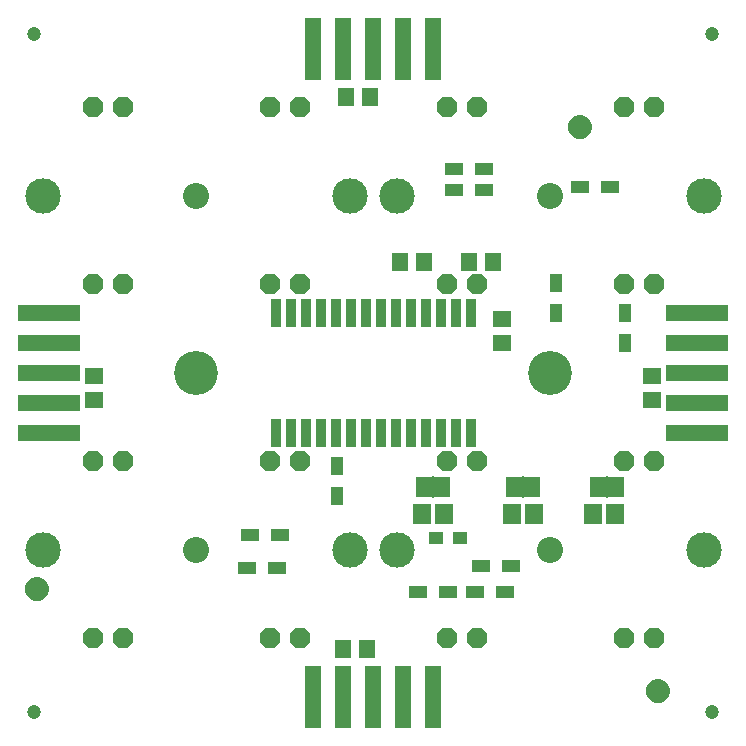
<source format=gbr>
G04 EAGLE Gerber RS-274X export*
G75*
%MOMM*%
%FSLAX34Y34*%
%LPD*%
%INSoldermask Bottom*%
%IPPOS*%
%AMOC8*
5,1,8,0,0,1.08239X$1,22.5*%
G01*
%ADD10C,3.003200*%
%ADD11C,1.203200*%
%ADD12C,2.203200*%
%ADD13P,1.869504X8X22.500000*%
%ADD14R,0.838200X2.489200*%
%ADD15R,1.553200X1.003200*%
%ADD16R,1.003200X1.553200*%
%ADD17C,3.719200*%
%ADD18R,5.283200X1.473200*%
%ADD19R,1.473200X5.283200*%
%ADD20R,1.403200X1.503200*%
%ADD21R,1.371600X1.803400*%
%ADD22R,0.152400X1.828800*%
%ADD23R,1.503200X1.703200*%
%ADD24R,1.203200X1.003200*%
%ADD25R,1.503200X1.403200*%
%ADD26C,0.500000*%


D10*
X280280Y150280D03*
X20280Y150280D03*
X-279720Y150280D03*
X280280Y-149720D03*
X20280Y-149720D03*
X-19720Y-149720D03*
X-279720Y-149720D03*
D11*
X287280Y287280D03*
X-286720Y287280D03*
D10*
X-19720Y150280D03*
D11*
X-286720Y-286720D03*
X287280Y-286720D03*
D12*
X150280Y-149720D03*
X-149720Y-149720D03*
X-149720Y150280D03*
X150280Y150280D03*
D13*
X212580Y225280D03*
X237980Y225280D03*
X62580Y225280D03*
X87980Y225280D03*
X-87420Y225280D03*
X-62020Y225280D03*
X-237420Y225280D03*
X-212020Y225280D03*
X212580Y75280D03*
X237980Y75280D03*
X62580Y75280D03*
X87980Y75280D03*
X-87420Y75280D03*
X-62020Y75280D03*
X-237420Y75280D03*
X-212020Y75280D03*
X212580Y-74720D03*
X237980Y-74720D03*
X62580Y-74720D03*
X87980Y-74720D03*
X-87420Y-74720D03*
X-62020Y-74720D03*
X-237420Y-74720D03*
X-212020Y-74720D03*
X212580Y-224720D03*
X237980Y-224720D03*
X62580Y-224720D03*
X87980Y-224720D03*
X-87420Y-224720D03*
X-62020Y-224720D03*
X-237420Y-224720D03*
X-212020Y-224720D03*
D14*
X82830Y-50520D03*
X70130Y-50520D03*
X57430Y-50520D03*
X44730Y-50520D03*
X32030Y-50520D03*
X19330Y-50520D03*
X6630Y-50520D03*
X-6070Y-50520D03*
X-18770Y-50520D03*
X-31470Y-50520D03*
X-44170Y-50520D03*
X-56870Y-50520D03*
X-69570Y-50520D03*
X-82270Y-50520D03*
X-82270Y51080D03*
X-69570Y51080D03*
X-56870Y51080D03*
X-44170Y51080D03*
X-31470Y51080D03*
X-18770Y51080D03*
X-6070Y51080D03*
X6630Y51080D03*
X19330Y51080D03*
X32030Y51080D03*
X44730Y51080D03*
X57430Y51080D03*
X70130Y51080D03*
X82830Y51080D03*
D15*
X117180Y-163000D03*
X91780Y-163000D03*
D16*
X154900Y50460D03*
X154900Y75860D03*
D17*
X-149860Y0D03*
X149860Y0D03*
D18*
X274320Y-50800D03*
X274320Y-25400D03*
X274320Y0D03*
X274320Y25400D03*
X274320Y50800D03*
X-274320Y-50800D03*
X-274320Y-25400D03*
X-274320Y0D03*
X-274320Y25400D03*
X-274320Y50800D03*
D19*
X-50800Y-274320D03*
X-25400Y-274320D03*
X0Y-274320D03*
X25400Y-274320D03*
X50800Y-274320D03*
X-50800Y274320D03*
X-25400Y274320D03*
X0Y274320D03*
X25400Y274320D03*
X50800Y274320D03*
D20*
X22860Y93980D03*
X43180Y93980D03*
X101600Y93980D03*
X81280Y93980D03*
D21*
X43180Y-96520D03*
X58420Y-96520D03*
D22*
X50800Y-96520D03*
D21*
X119380Y-96520D03*
X134620Y-96520D03*
D22*
X127000Y-96520D03*
D23*
X41300Y-119380D03*
X60300Y-119380D03*
X136500Y-119380D03*
X117500Y-119380D03*
X186080Y-119380D03*
X205080Y-119380D03*
D21*
X190500Y-96520D03*
X205740Y-96520D03*
D22*
X198120Y-96520D03*
D24*
X73500Y-139700D03*
X53500Y-139700D03*
D25*
X-236220Y-2540D03*
X-236220Y-22860D03*
X236220Y-2540D03*
X236220Y-22860D03*
D20*
X-5080Y-233680D03*
X-25400Y-233680D03*
X-2540Y233680D03*
X-22860Y233680D03*
D25*
X109220Y25400D03*
X109220Y45720D03*
D16*
X213360Y50800D03*
X213360Y25400D03*
D15*
X-104140Y-137160D03*
X-78740Y-137160D03*
X-81280Y-165100D03*
X-106680Y-165100D03*
X68580Y172720D03*
X93980Y172720D03*
X68580Y154940D03*
X93980Y154940D03*
X86360Y-185420D03*
X111760Y-185420D03*
X38100Y-185420D03*
X63500Y-185420D03*
X200660Y157480D03*
X175260Y157480D03*
D11*
X241300Y-269240D03*
D26*
X248800Y-269240D02*
X248798Y-269059D01*
X248791Y-268878D01*
X248780Y-268697D01*
X248765Y-268516D01*
X248745Y-268336D01*
X248721Y-268156D01*
X248693Y-267977D01*
X248660Y-267799D01*
X248623Y-267622D01*
X248582Y-267445D01*
X248537Y-267270D01*
X248487Y-267095D01*
X248433Y-266922D01*
X248375Y-266751D01*
X248313Y-266580D01*
X248246Y-266412D01*
X248176Y-266245D01*
X248102Y-266079D01*
X248023Y-265916D01*
X247941Y-265755D01*
X247855Y-265595D01*
X247765Y-265438D01*
X247671Y-265283D01*
X247574Y-265130D01*
X247472Y-264980D01*
X247368Y-264832D01*
X247259Y-264686D01*
X247148Y-264544D01*
X247032Y-264404D01*
X246914Y-264267D01*
X246792Y-264132D01*
X246667Y-264001D01*
X246539Y-263873D01*
X246408Y-263748D01*
X246273Y-263626D01*
X246136Y-263508D01*
X245996Y-263392D01*
X245854Y-263281D01*
X245708Y-263172D01*
X245560Y-263068D01*
X245410Y-262966D01*
X245257Y-262869D01*
X245102Y-262775D01*
X244945Y-262685D01*
X244785Y-262599D01*
X244624Y-262517D01*
X244461Y-262438D01*
X244295Y-262364D01*
X244128Y-262294D01*
X243960Y-262227D01*
X243789Y-262165D01*
X243618Y-262107D01*
X243445Y-262053D01*
X243270Y-262003D01*
X243095Y-261958D01*
X242918Y-261917D01*
X242741Y-261880D01*
X242563Y-261847D01*
X242384Y-261819D01*
X242204Y-261795D01*
X242024Y-261775D01*
X241843Y-261760D01*
X241662Y-261749D01*
X241481Y-261742D01*
X241300Y-261740D01*
X241119Y-261742D01*
X240938Y-261749D01*
X240757Y-261760D01*
X240576Y-261775D01*
X240396Y-261795D01*
X240216Y-261819D01*
X240037Y-261847D01*
X239859Y-261880D01*
X239682Y-261917D01*
X239505Y-261958D01*
X239330Y-262003D01*
X239155Y-262053D01*
X238982Y-262107D01*
X238811Y-262165D01*
X238640Y-262227D01*
X238472Y-262294D01*
X238305Y-262364D01*
X238139Y-262438D01*
X237976Y-262517D01*
X237815Y-262599D01*
X237655Y-262685D01*
X237498Y-262775D01*
X237343Y-262869D01*
X237190Y-262966D01*
X237040Y-263068D01*
X236892Y-263172D01*
X236746Y-263281D01*
X236604Y-263392D01*
X236464Y-263508D01*
X236327Y-263626D01*
X236192Y-263748D01*
X236061Y-263873D01*
X235933Y-264001D01*
X235808Y-264132D01*
X235686Y-264267D01*
X235568Y-264404D01*
X235452Y-264544D01*
X235341Y-264686D01*
X235232Y-264832D01*
X235128Y-264980D01*
X235026Y-265130D01*
X234929Y-265283D01*
X234835Y-265438D01*
X234745Y-265595D01*
X234659Y-265755D01*
X234577Y-265916D01*
X234498Y-266079D01*
X234424Y-266245D01*
X234354Y-266412D01*
X234287Y-266580D01*
X234225Y-266751D01*
X234167Y-266922D01*
X234113Y-267095D01*
X234063Y-267270D01*
X234018Y-267445D01*
X233977Y-267622D01*
X233940Y-267799D01*
X233907Y-267977D01*
X233879Y-268156D01*
X233855Y-268336D01*
X233835Y-268516D01*
X233820Y-268697D01*
X233809Y-268878D01*
X233802Y-269059D01*
X233800Y-269240D01*
X233802Y-269421D01*
X233809Y-269602D01*
X233820Y-269783D01*
X233835Y-269964D01*
X233855Y-270144D01*
X233879Y-270324D01*
X233907Y-270503D01*
X233940Y-270681D01*
X233977Y-270858D01*
X234018Y-271035D01*
X234063Y-271210D01*
X234113Y-271385D01*
X234167Y-271558D01*
X234225Y-271729D01*
X234287Y-271900D01*
X234354Y-272068D01*
X234424Y-272235D01*
X234498Y-272401D01*
X234577Y-272564D01*
X234659Y-272725D01*
X234745Y-272885D01*
X234835Y-273042D01*
X234929Y-273197D01*
X235026Y-273350D01*
X235128Y-273500D01*
X235232Y-273648D01*
X235341Y-273794D01*
X235452Y-273936D01*
X235568Y-274076D01*
X235686Y-274213D01*
X235808Y-274348D01*
X235933Y-274479D01*
X236061Y-274607D01*
X236192Y-274732D01*
X236327Y-274854D01*
X236464Y-274972D01*
X236604Y-275088D01*
X236746Y-275199D01*
X236892Y-275308D01*
X237040Y-275412D01*
X237190Y-275514D01*
X237343Y-275611D01*
X237498Y-275705D01*
X237655Y-275795D01*
X237815Y-275881D01*
X237976Y-275963D01*
X238139Y-276042D01*
X238305Y-276116D01*
X238472Y-276186D01*
X238640Y-276253D01*
X238811Y-276315D01*
X238982Y-276373D01*
X239155Y-276427D01*
X239330Y-276477D01*
X239505Y-276522D01*
X239682Y-276563D01*
X239859Y-276600D01*
X240037Y-276633D01*
X240216Y-276661D01*
X240396Y-276685D01*
X240576Y-276705D01*
X240757Y-276720D01*
X240938Y-276731D01*
X241119Y-276738D01*
X241300Y-276740D01*
X241481Y-276738D01*
X241662Y-276731D01*
X241843Y-276720D01*
X242024Y-276705D01*
X242204Y-276685D01*
X242384Y-276661D01*
X242563Y-276633D01*
X242741Y-276600D01*
X242918Y-276563D01*
X243095Y-276522D01*
X243270Y-276477D01*
X243445Y-276427D01*
X243618Y-276373D01*
X243789Y-276315D01*
X243960Y-276253D01*
X244128Y-276186D01*
X244295Y-276116D01*
X244461Y-276042D01*
X244624Y-275963D01*
X244785Y-275881D01*
X244945Y-275795D01*
X245102Y-275705D01*
X245257Y-275611D01*
X245410Y-275514D01*
X245560Y-275412D01*
X245708Y-275308D01*
X245854Y-275199D01*
X245996Y-275088D01*
X246136Y-274972D01*
X246273Y-274854D01*
X246408Y-274732D01*
X246539Y-274607D01*
X246667Y-274479D01*
X246792Y-274348D01*
X246914Y-274213D01*
X247032Y-274076D01*
X247148Y-273936D01*
X247259Y-273794D01*
X247368Y-273648D01*
X247472Y-273500D01*
X247574Y-273350D01*
X247671Y-273197D01*
X247765Y-273042D01*
X247855Y-272885D01*
X247941Y-272725D01*
X248023Y-272564D01*
X248102Y-272401D01*
X248176Y-272235D01*
X248246Y-272068D01*
X248313Y-271900D01*
X248375Y-271729D01*
X248433Y-271558D01*
X248487Y-271385D01*
X248537Y-271210D01*
X248582Y-271035D01*
X248623Y-270858D01*
X248660Y-270681D01*
X248693Y-270503D01*
X248721Y-270324D01*
X248745Y-270144D01*
X248765Y-269964D01*
X248780Y-269783D01*
X248791Y-269602D01*
X248798Y-269421D01*
X248800Y-269240D01*
D11*
X-284480Y-182880D03*
D26*
X-276980Y-182880D02*
X-276982Y-182699D01*
X-276989Y-182518D01*
X-277000Y-182337D01*
X-277015Y-182156D01*
X-277035Y-181976D01*
X-277059Y-181796D01*
X-277087Y-181617D01*
X-277120Y-181439D01*
X-277157Y-181262D01*
X-277198Y-181085D01*
X-277243Y-180910D01*
X-277293Y-180735D01*
X-277347Y-180562D01*
X-277405Y-180391D01*
X-277467Y-180220D01*
X-277534Y-180052D01*
X-277604Y-179885D01*
X-277678Y-179719D01*
X-277757Y-179556D01*
X-277839Y-179395D01*
X-277925Y-179235D01*
X-278015Y-179078D01*
X-278109Y-178923D01*
X-278206Y-178770D01*
X-278308Y-178620D01*
X-278412Y-178472D01*
X-278521Y-178326D01*
X-278632Y-178184D01*
X-278748Y-178044D01*
X-278866Y-177907D01*
X-278988Y-177772D01*
X-279113Y-177641D01*
X-279241Y-177513D01*
X-279372Y-177388D01*
X-279507Y-177266D01*
X-279644Y-177148D01*
X-279784Y-177032D01*
X-279926Y-176921D01*
X-280072Y-176812D01*
X-280220Y-176708D01*
X-280370Y-176606D01*
X-280523Y-176509D01*
X-280678Y-176415D01*
X-280835Y-176325D01*
X-280995Y-176239D01*
X-281156Y-176157D01*
X-281319Y-176078D01*
X-281485Y-176004D01*
X-281652Y-175934D01*
X-281820Y-175867D01*
X-281991Y-175805D01*
X-282162Y-175747D01*
X-282335Y-175693D01*
X-282510Y-175643D01*
X-282685Y-175598D01*
X-282862Y-175557D01*
X-283039Y-175520D01*
X-283217Y-175487D01*
X-283396Y-175459D01*
X-283576Y-175435D01*
X-283756Y-175415D01*
X-283937Y-175400D01*
X-284118Y-175389D01*
X-284299Y-175382D01*
X-284480Y-175380D01*
X-284661Y-175382D01*
X-284842Y-175389D01*
X-285023Y-175400D01*
X-285204Y-175415D01*
X-285384Y-175435D01*
X-285564Y-175459D01*
X-285743Y-175487D01*
X-285921Y-175520D01*
X-286098Y-175557D01*
X-286275Y-175598D01*
X-286450Y-175643D01*
X-286625Y-175693D01*
X-286798Y-175747D01*
X-286969Y-175805D01*
X-287140Y-175867D01*
X-287308Y-175934D01*
X-287475Y-176004D01*
X-287641Y-176078D01*
X-287804Y-176157D01*
X-287965Y-176239D01*
X-288125Y-176325D01*
X-288282Y-176415D01*
X-288437Y-176509D01*
X-288590Y-176606D01*
X-288740Y-176708D01*
X-288888Y-176812D01*
X-289034Y-176921D01*
X-289176Y-177032D01*
X-289316Y-177148D01*
X-289453Y-177266D01*
X-289588Y-177388D01*
X-289719Y-177513D01*
X-289847Y-177641D01*
X-289972Y-177772D01*
X-290094Y-177907D01*
X-290212Y-178044D01*
X-290328Y-178184D01*
X-290439Y-178326D01*
X-290548Y-178472D01*
X-290652Y-178620D01*
X-290754Y-178770D01*
X-290851Y-178923D01*
X-290945Y-179078D01*
X-291035Y-179235D01*
X-291121Y-179395D01*
X-291203Y-179556D01*
X-291282Y-179719D01*
X-291356Y-179885D01*
X-291426Y-180052D01*
X-291493Y-180220D01*
X-291555Y-180391D01*
X-291613Y-180562D01*
X-291667Y-180735D01*
X-291717Y-180910D01*
X-291762Y-181085D01*
X-291803Y-181262D01*
X-291840Y-181439D01*
X-291873Y-181617D01*
X-291901Y-181796D01*
X-291925Y-181976D01*
X-291945Y-182156D01*
X-291960Y-182337D01*
X-291971Y-182518D01*
X-291978Y-182699D01*
X-291980Y-182880D01*
X-291978Y-183061D01*
X-291971Y-183242D01*
X-291960Y-183423D01*
X-291945Y-183604D01*
X-291925Y-183784D01*
X-291901Y-183964D01*
X-291873Y-184143D01*
X-291840Y-184321D01*
X-291803Y-184498D01*
X-291762Y-184675D01*
X-291717Y-184850D01*
X-291667Y-185025D01*
X-291613Y-185198D01*
X-291555Y-185369D01*
X-291493Y-185540D01*
X-291426Y-185708D01*
X-291356Y-185875D01*
X-291282Y-186041D01*
X-291203Y-186204D01*
X-291121Y-186365D01*
X-291035Y-186525D01*
X-290945Y-186682D01*
X-290851Y-186837D01*
X-290754Y-186990D01*
X-290652Y-187140D01*
X-290548Y-187288D01*
X-290439Y-187434D01*
X-290328Y-187576D01*
X-290212Y-187716D01*
X-290094Y-187853D01*
X-289972Y-187988D01*
X-289847Y-188119D01*
X-289719Y-188247D01*
X-289588Y-188372D01*
X-289453Y-188494D01*
X-289316Y-188612D01*
X-289176Y-188728D01*
X-289034Y-188839D01*
X-288888Y-188948D01*
X-288740Y-189052D01*
X-288590Y-189154D01*
X-288437Y-189251D01*
X-288282Y-189345D01*
X-288125Y-189435D01*
X-287965Y-189521D01*
X-287804Y-189603D01*
X-287641Y-189682D01*
X-287475Y-189756D01*
X-287308Y-189826D01*
X-287140Y-189893D01*
X-286969Y-189955D01*
X-286798Y-190013D01*
X-286625Y-190067D01*
X-286450Y-190117D01*
X-286275Y-190162D01*
X-286098Y-190203D01*
X-285921Y-190240D01*
X-285743Y-190273D01*
X-285564Y-190301D01*
X-285384Y-190325D01*
X-285204Y-190345D01*
X-285023Y-190360D01*
X-284842Y-190371D01*
X-284661Y-190378D01*
X-284480Y-190380D01*
X-284299Y-190378D01*
X-284118Y-190371D01*
X-283937Y-190360D01*
X-283756Y-190345D01*
X-283576Y-190325D01*
X-283396Y-190301D01*
X-283217Y-190273D01*
X-283039Y-190240D01*
X-282862Y-190203D01*
X-282685Y-190162D01*
X-282510Y-190117D01*
X-282335Y-190067D01*
X-282162Y-190013D01*
X-281991Y-189955D01*
X-281820Y-189893D01*
X-281652Y-189826D01*
X-281485Y-189756D01*
X-281319Y-189682D01*
X-281156Y-189603D01*
X-280995Y-189521D01*
X-280835Y-189435D01*
X-280678Y-189345D01*
X-280523Y-189251D01*
X-280370Y-189154D01*
X-280220Y-189052D01*
X-280072Y-188948D01*
X-279926Y-188839D01*
X-279784Y-188728D01*
X-279644Y-188612D01*
X-279507Y-188494D01*
X-279372Y-188372D01*
X-279241Y-188247D01*
X-279113Y-188119D01*
X-278988Y-187988D01*
X-278866Y-187853D01*
X-278748Y-187716D01*
X-278632Y-187576D01*
X-278521Y-187434D01*
X-278412Y-187288D01*
X-278308Y-187140D01*
X-278206Y-186990D01*
X-278109Y-186837D01*
X-278015Y-186682D01*
X-277925Y-186525D01*
X-277839Y-186365D01*
X-277757Y-186204D01*
X-277678Y-186041D01*
X-277604Y-185875D01*
X-277534Y-185708D01*
X-277467Y-185540D01*
X-277405Y-185369D01*
X-277347Y-185198D01*
X-277293Y-185025D01*
X-277243Y-184850D01*
X-277198Y-184675D01*
X-277157Y-184498D01*
X-277120Y-184321D01*
X-277087Y-184143D01*
X-277059Y-183964D01*
X-277035Y-183784D01*
X-277015Y-183604D01*
X-277000Y-183423D01*
X-276989Y-183242D01*
X-276982Y-183061D01*
X-276980Y-182880D01*
D11*
X175260Y208280D03*
D26*
X182760Y208280D02*
X182758Y208461D01*
X182751Y208642D01*
X182740Y208823D01*
X182725Y209004D01*
X182705Y209184D01*
X182681Y209364D01*
X182653Y209543D01*
X182620Y209721D01*
X182583Y209898D01*
X182542Y210075D01*
X182497Y210250D01*
X182447Y210425D01*
X182393Y210598D01*
X182335Y210769D01*
X182273Y210940D01*
X182206Y211108D01*
X182136Y211275D01*
X182062Y211441D01*
X181983Y211604D01*
X181901Y211765D01*
X181815Y211925D01*
X181725Y212082D01*
X181631Y212237D01*
X181534Y212390D01*
X181432Y212540D01*
X181328Y212688D01*
X181219Y212834D01*
X181108Y212976D01*
X180992Y213116D01*
X180874Y213253D01*
X180752Y213388D01*
X180627Y213519D01*
X180499Y213647D01*
X180368Y213772D01*
X180233Y213894D01*
X180096Y214012D01*
X179956Y214128D01*
X179814Y214239D01*
X179668Y214348D01*
X179520Y214452D01*
X179370Y214554D01*
X179217Y214651D01*
X179062Y214745D01*
X178905Y214835D01*
X178745Y214921D01*
X178584Y215003D01*
X178421Y215082D01*
X178255Y215156D01*
X178088Y215226D01*
X177920Y215293D01*
X177749Y215355D01*
X177578Y215413D01*
X177405Y215467D01*
X177230Y215517D01*
X177055Y215562D01*
X176878Y215603D01*
X176701Y215640D01*
X176523Y215673D01*
X176344Y215701D01*
X176164Y215725D01*
X175984Y215745D01*
X175803Y215760D01*
X175622Y215771D01*
X175441Y215778D01*
X175260Y215780D01*
X175079Y215778D01*
X174898Y215771D01*
X174717Y215760D01*
X174536Y215745D01*
X174356Y215725D01*
X174176Y215701D01*
X173997Y215673D01*
X173819Y215640D01*
X173642Y215603D01*
X173465Y215562D01*
X173290Y215517D01*
X173115Y215467D01*
X172942Y215413D01*
X172771Y215355D01*
X172600Y215293D01*
X172432Y215226D01*
X172265Y215156D01*
X172099Y215082D01*
X171936Y215003D01*
X171775Y214921D01*
X171615Y214835D01*
X171458Y214745D01*
X171303Y214651D01*
X171150Y214554D01*
X171000Y214452D01*
X170852Y214348D01*
X170706Y214239D01*
X170564Y214128D01*
X170424Y214012D01*
X170287Y213894D01*
X170152Y213772D01*
X170021Y213647D01*
X169893Y213519D01*
X169768Y213388D01*
X169646Y213253D01*
X169528Y213116D01*
X169412Y212976D01*
X169301Y212834D01*
X169192Y212688D01*
X169088Y212540D01*
X168986Y212390D01*
X168889Y212237D01*
X168795Y212082D01*
X168705Y211925D01*
X168619Y211765D01*
X168537Y211604D01*
X168458Y211441D01*
X168384Y211275D01*
X168314Y211108D01*
X168247Y210940D01*
X168185Y210769D01*
X168127Y210598D01*
X168073Y210425D01*
X168023Y210250D01*
X167978Y210075D01*
X167937Y209898D01*
X167900Y209721D01*
X167867Y209543D01*
X167839Y209364D01*
X167815Y209184D01*
X167795Y209004D01*
X167780Y208823D01*
X167769Y208642D01*
X167762Y208461D01*
X167760Y208280D01*
X167762Y208099D01*
X167769Y207918D01*
X167780Y207737D01*
X167795Y207556D01*
X167815Y207376D01*
X167839Y207196D01*
X167867Y207017D01*
X167900Y206839D01*
X167937Y206662D01*
X167978Y206485D01*
X168023Y206310D01*
X168073Y206135D01*
X168127Y205962D01*
X168185Y205791D01*
X168247Y205620D01*
X168314Y205452D01*
X168384Y205285D01*
X168458Y205119D01*
X168537Y204956D01*
X168619Y204795D01*
X168705Y204635D01*
X168795Y204478D01*
X168889Y204323D01*
X168986Y204170D01*
X169088Y204020D01*
X169192Y203872D01*
X169301Y203726D01*
X169412Y203584D01*
X169528Y203444D01*
X169646Y203307D01*
X169768Y203172D01*
X169893Y203041D01*
X170021Y202913D01*
X170152Y202788D01*
X170287Y202666D01*
X170424Y202548D01*
X170564Y202432D01*
X170706Y202321D01*
X170852Y202212D01*
X171000Y202108D01*
X171150Y202006D01*
X171303Y201909D01*
X171458Y201815D01*
X171615Y201725D01*
X171775Y201639D01*
X171936Y201557D01*
X172099Y201478D01*
X172265Y201404D01*
X172432Y201334D01*
X172600Y201267D01*
X172771Y201205D01*
X172942Y201147D01*
X173115Y201093D01*
X173290Y201043D01*
X173465Y200998D01*
X173642Y200957D01*
X173819Y200920D01*
X173997Y200887D01*
X174176Y200859D01*
X174356Y200835D01*
X174536Y200815D01*
X174717Y200800D01*
X174898Y200789D01*
X175079Y200782D01*
X175260Y200780D01*
X175441Y200782D01*
X175622Y200789D01*
X175803Y200800D01*
X175984Y200815D01*
X176164Y200835D01*
X176344Y200859D01*
X176523Y200887D01*
X176701Y200920D01*
X176878Y200957D01*
X177055Y200998D01*
X177230Y201043D01*
X177405Y201093D01*
X177578Y201147D01*
X177749Y201205D01*
X177920Y201267D01*
X178088Y201334D01*
X178255Y201404D01*
X178421Y201478D01*
X178584Y201557D01*
X178745Y201639D01*
X178905Y201725D01*
X179062Y201815D01*
X179217Y201909D01*
X179370Y202006D01*
X179520Y202108D01*
X179668Y202212D01*
X179814Y202321D01*
X179956Y202432D01*
X180096Y202548D01*
X180233Y202666D01*
X180368Y202788D01*
X180499Y202913D01*
X180627Y203041D01*
X180752Y203172D01*
X180874Y203307D01*
X180992Y203444D01*
X181108Y203584D01*
X181219Y203726D01*
X181328Y203872D01*
X181432Y204020D01*
X181534Y204170D01*
X181631Y204323D01*
X181725Y204478D01*
X181815Y204635D01*
X181901Y204795D01*
X181983Y204956D01*
X182062Y205119D01*
X182136Y205285D01*
X182206Y205452D01*
X182273Y205620D01*
X182335Y205791D01*
X182393Y205962D01*
X182447Y206135D01*
X182497Y206310D01*
X182542Y206485D01*
X182583Y206662D01*
X182620Y206839D01*
X182653Y207017D01*
X182681Y207196D01*
X182705Y207376D01*
X182725Y207556D01*
X182740Y207737D01*
X182751Y207918D01*
X182758Y208099D01*
X182760Y208280D01*
D16*
X-30480Y-78740D03*
X-30480Y-104140D03*
M02*

</source>
